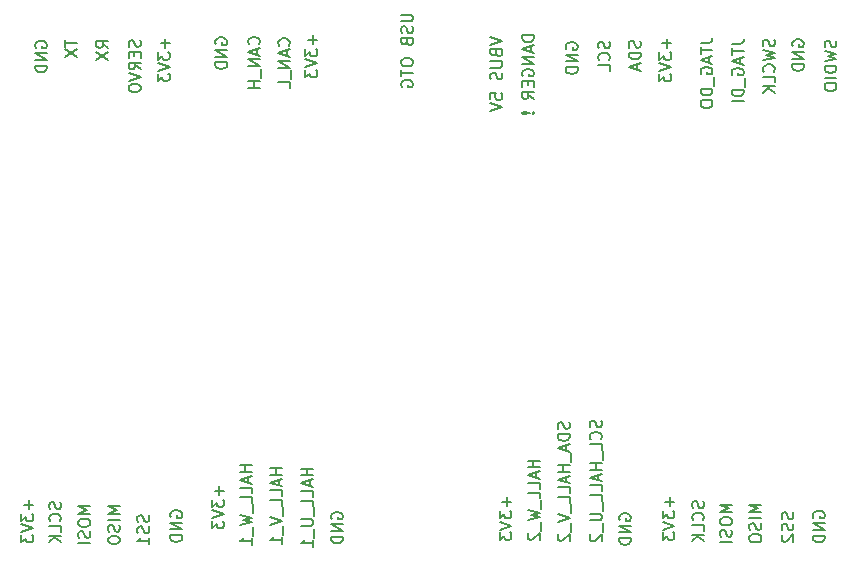
<source format=gbr>
%TF.GenerationSoftware,KiCad,Pcbnew,5.1.8-db9833491~88~ubuntu20.04.1*%
%TF.CreationDate,2020-12-06T21:40:22+00:00*%
%TF.ProjectId,driva-x2,64726976-612d-4783-922e-6b696361645f,rev?*%
%TF.SameCoordinates,Original*%
%TF.FileFunction,Legend,Bot*%
%TF.FilePolarity,Positive*%
%FSLAX46Y46*%
G04 Gerber Fmt 4.6, Leading zero omitted, Abs format (unit mm)*
G04 Created by KiCad (PCBNEW 5.1.8-db9833491~88~ubuntu20.04.1) date 2020-12-06 21:40:22*
%MOMM*%
%LPD*%
G01*
G04 APERTURE LIST*
%ADD10C,0.150000*%
G04 APERTURE END LIST*
D10*
X131472380Y-33294285D02*
X130472380Y-33294285D01*
X130472380Y-33532380D01*
X130520000Y-33675238D01*
X130615238Y-33770476D01*
X130710476Y-33818095D01*
X130900952Y-33865714D01*
X131043809Y-33865714D01*
X131234285Y-33818095D01*
X131329523Y-33770476D01*
X131424761Y-33675238D01*
X131472380Y-33532380D01*
X131472380Y-33294285D01*
X131186666Y-34246666D02*
X131186666Y-34722857D01*
X131472380Y-34151428D02*
X130472380Y-34484761D01*
X131472380Y-34818095D01*
X131472380Y-35151428D02*
X130472380Y-35151428D01*
X131472380Y-35722857D01*
X130472380Y-35722857D01*
X130520000Y-36722857D02*
X130472380Y-36627619D01*
X130472380Y-36484761D01*
X130520000Y-36341904D01*
X130615238Y-36246666D01*
X130710476Y-36199047D01*
X130900952Y-36151428D01*
X131043809Y-36151428D01*
X131234285Y-36199047D01*
X131329523Y-36246666D01*
X131424761Y-36341904D01*
X131472380Y-36484761D01*
X131472380Y-36580000D01*
X131424761Y-36722857D01*
X131377142Y-36770476D01*
X131043809Y-36770476D01*
X131043809Y-36580000D01*
X130948571Y-37199047D02*
X130948571Y-37532380D01*
X131472380Y-37675238D02*
X131472380Y-37199047D01*
X130472380Y-37199047D01*
X130472380Y-37675238D01*
X131472380Y-38675238D02*
X130996190Y-38341904D01*
X131472380Y-38103809D02*
X130472380Y-38103809D01*
X130472380Y-38484761D01*
X130520000Y-38580000D01*
X130567619Y-38627619D01*
X130662857Y-38675238D01*
X130805714Y-38675238D01*
X130900952Y-38627619D01*
X130948571Y-38580000D01*
X130996190Y-38484761D01*
X130996190Y-38103809D01*
X131377142Y-39865714D02*
X131424761Y-39913333D01*
X131472380Y-39865714D01*
X131424761Y-39818095D01*
X131377142Y-39865714D01*
X131472380Y-39865714D01*
X131091428Y-39865714D02*
X130520000Y-39818095D01*
X130472380Y-39865714D01*
X130520000Y-39913333D01*
X131091428Y-39865714D01*
X130472380Y-39865714D01*
X127782380Y-33450952D02*
X128782380Y-33784285D01*
X127782380Y-34117619D01*
X128258571Y-34784285D02*
X128306190Y-34927142D01*
X128353809Y-34974761D01*
X128449047Y-35022380D01*
X128591904Y-35022380D01*
X128687142Y-34974761D01*
X128734761Y-34927142D01*
X128782380Y-34831904D01*
X128782380Y-34450952D01*
X127782380Y-34450952D01*
X127782380Y-34784285D01*
X127830000Y-34879523D01*
X127877619Y-34927142D01*
X127972857Y-34974761D01*
X128068095Y-34974761D01*
X128163333Y-34927142D01*
X128210952Y-34879523D01*
X128258571Y-34784285D01*
X128258571Y-34450952D01*
X127782380Y-35450952D02*
X128591904Y-35450952D01*
X128687142Y-35498571D01*
X128734761Y-35546190D01*
X128782380Y-35641428D01*
X128782380Y-35831904D01*
X128734761Y-35927142D01*
X128687142Y-35974761D01*
X128591904Y-36022380D01*
X127782380Y-36022380D01*
X128734761Y-36450952D02*
X128782380Y-36593809D01*
X128782380Y-36831904D01*
X128734761Y-36927142D01*
X128687142Y-36974761D01*
X128591904Y-37022380D01*
X128496666Y-37022380D01*
X128401428Y-36974761D01*
X128353809Y-36927142D01*
X128306190Y-36831904D01*
X128258571Y-36641428D01*
X128210952Y-36546190D01*
X128163333Y-36498571D01*
X128068095Y-36450952D01*
X127972857Y-36450952D01*
X127877619Y-36498571D01*
X127830000Y-36546190D01*
X127782380Y-36641428D01*
X127782380Y-36879523D01*
X127830000Y-37022380D01*
X127782380Y-38689047D02*
X127782380Y-38212857D01*
X128258571Y-38165238D01*
X128210952Y-38212857D01*
X128163333Y-38308095D01*
X128163333Y-38546190D01*
X128210952Y-38641428D01*
X128258571Y-38689047D01*
X128353809Y-38736666D01*
X128591904Y-38736666D01*
X128687142Y-38689047D01*
X128734761Y-38641428D01*
X128782380Y-38546190D01*
X128782380Y-38308095D01*
X128734761Y-38212857D01*
X128687142Y-38165238D01*
X127782380Y-39022380D02*
X128782380Y-39355714D01*
X127782380Y-39689047D01*
X120212380Y-31532380D02*
X121021904Y-31532380D01*
X121117142Y-31580000D01*
X121164761Y-31627619D01*
X121212380Y-31722857D01*
X121212380Y-31913333D01*
X121164761Y-32008571D01*
X121117142Y-32056190D01*
X121021904Y-32103809D01*
X120212380Y-32103809D01*
X121164761Y-32532380D02*
X121212380Y-32675238D01*
X121212380Y-32913333D01*
X121164761Y-33008571D01*
X121117142Y-33056190D01*
X121021904Y-33103809D01*
X120926666Y-33103809D01*
X120831428Y-33056190D01*
X120783809Y-33008571D01*
X120736190Y-32913333D01*
X120688571Y-32722857D01*
X120640952Y-32627619D01*
X120593333Y-32580000D01*
X120498095Y-32532380D01*
X120402857Y-32532380D01*
X120307619Y-32580000D01*
X120260000Y-32627619D01*
X120212380Y-32722857D01*
X120212380Y-32960952D01*
X120260000Y-33103809D01*
X120688571Y-33865714D02*
X120736190Y-34008571D01*
X120783809Y-34056190D01*
X120879047Y-34103809D01*
X121021904Y-34103809D01*
X121117142Y-34056190D01*
X121164761Y-34008571D01*
X121212380Y-33913333D01*
X121212380Y-33532380D01*
X120212380Y-33532380D01*
X120212380Y-33865714D01*
X120260000Y-33960952D01*
X120307619Y-34008571D01*
X120402857Y-34056190D01*
X120498095Y-34056190D01*
X120593333Y-34008571D01*
X120640952Y-33960952D01*
X120688571Y-33865714D01*
X120688571Y-33532380D01*
X120212380Y-35484761D02*
X120212380Y-35675238D01*
X120260000Y-35770476D01*
X120355238Y-35865714D01*
X120545714Y-35913333D01*
X120879047Y-35913333D01*
X121069523Y-35865714D01*
X121164761Y-35770476D01*
X121212380Y-35675238D01*
X121212380Y-35484761D01*
X121164761Y-35389523D01*
X121069523Y-35294285D01*
X120879047Y-35246666D01*
X120545714Y-35246666D01*
X120355238Y-35294285D01*
X120260000Y-35389523D01*
X120212380Y-35484761D01*
X120212380Y-36199047D02*
X120212380Y-36770476D01*
X121212380Y-36484761D02*
X120212380Y-36484761D01*
X120260000Y-37627619D02*
X120212380Y-37532380D01*
X120212380Y-37389523D01*
X120260000Y-37246666D01*
X120355238Y-37151428D01*
X120450476Y-37103809D01*
X120640952Y-37056190D01*
X120783809Y-37056190D01*
X120974285Y-37103809D01*
X121069523Y-37151428D01*
X121164761Y-37246666D01*
X121212380Y-37389523D01*
X121212380Y-37484761D01*
X121164761Y-37627619D01*
X121117142Y-37675238D01*
X120783809Y-37675238D01*
X120783809Y-37484761D01*
X137154761Y-65924761D02*
X137202380Y-66067619D01*
X137202380Y-66305714D01*
X137154761Y-66400952D01*
X137107142Y-66448571D01*
X137011904Y-66496190D01*
X136916666Y-66496190D01*
X136821428Y-66448571D01*
X136773809Y-66400952D01*
X136726190Y-66305714D01*
X136678571Y-66115238D01*
X136630952Y-66020000D01*
X136583333Y-65972380D01*
X136488095Y-65924761D01*
X136392857Y-65924761D01*
X136297619Y-65972380D01*
X136250000Y-66020000D01*
X136202380Y-66115238D01*
X136202380Y-66353333D01*
X136250000Y-66496190D01*
X137107142Y-67496190D02*
X137154761Y-67448571D01*
X137202380Y-67305714D01*
X137202380Y-67210476D01*
X137154761Y-67067619D01*
X137059523Y-66972380D01*
X136964285Y-66924761D01*
X136773809Y-66877142D01*
X136630952Y-66877142D01*
X136440476Y-66924761D01*
X136345238Y-66972380D01*
X136250000Y-67067619D01*
X136202380Y-67210476D01*
X136202380Y-67305714D01*
X136250000Y-67448571D01*
X136297619Y-67496190D01*
X137202380Y-68400952D02*
X137202380Y-67924761D01*
X136202380Y-67924761D01*
X137297619Y-68496190D02*
X137297619Y-69258095D01*
X137202380Y-69496190D02*
X136202380Y-69496190D01*
X136678571Y-69496190D02*
X136678571Y-70067619D01*
X137202380Y-70067619D02*
X136202380Y-70067619D01*
X136916666Y-70496190D02*
X136916666Y-70972380D01*
X137202380Y-70400952D02*
X136202380Y-70734285D01*
X137202380Y-71067619D01*
X137202380Y-71877142D02*
X137202380Y-71400952D01*
X136202380Y-71400952D01*
X137202380Y-72686666D02*
X137202380Y-72210476D01*
X136202380Y-72210476D01*
X137297619Y-72781904D02*
X137297619Y-73543809D01*
X136202380Y-73781904D02*
X137011904Y-73781904D01*
X137107142Y-73829523D01*
X137154761Y-73877142D01*
X137202380Y-73972380D01*
X137202380Y-74162857D01*
X137154761Y-74258095D01*
X137107142Y-74305714D01*
X137011904Y-74353333D01*
X136202380Y-74353333D01*
X137297619Y-74591428D02*
X137297619Y-75353333D01*
X136297619Y-75543809D02*
X136250000Y-75591428D01*
X136202380Y-75686666D01*
X136202380Y-75924761D01*
X136250000Y-76020000D01*
X136297619Y-76067619D01*
X136392857Y-76115238D01*
X136488095Y-76115238D01*
X136630952Y-76067619D01*
X137202380Y-75496190D01*
X137202380Y-76115238D01*
X134434761Y-66046190D02*
X134482380Y-66189047D01*
X134482380Y-66427142D01*
X134434761Y-66522380D01*
X134387142Y-66570000D01*
X134291904Y-66617619D01*
X134196666Y-66617619D01*
X134101428Y-66570000D01*
X134053809Y-66522380D01*
X134006190Y-66427142D01*
X133958571Y-66236666D01*
X133910952Y-66141428D01*
X133863333Y-66093809D01*
X133768095Y-66046190D01*
X133672857Y-66046190D01*
X133577619Y-66093809D01*
X133530000Y-66141428D01*
X133482380Y-66236666D01*
X133482380Y-66474761D01*
X133530000Y-66617619D01*
X134482380Y-67046190D02*
X133482380Y-67046190D01*
X133482380Y-67284285D01*
X133530000Y-67427142D01*
X133625238Y-67522380D01*
X133720476Y-67570000D01*
X133910952Y-67617619D01*
X134053809Y-67617619D01*
X134244285Y-67570000D01*
X134339523Y-67522380D01*
X134434761Y-67427142D01*
X134482380Y-67284285D01*
X134482380Y-67046190D01*
X134196666Y-67998571D02*
X134196666Y-68474761D01*
X134482380Y-67903333D02*
X133482380Y-68236666D01*
X134482380Y-68570000D01*
X134577619Y-68665238D02*
X134577619Y-69427142D01*
X134482380Y-69665238D02*
X133482380Y-69665238D01*
X133958571Y-69665238D02*
X133958571Y-70236666D01*
X134482380Y-70236666D02*
X133482380Y-70236666D01*
X134196666Y-70665238D02*
X134196666Y-71141428D01*
X134482380Y-70570000D02*
X133482380Y-70903333D01*
X134482380Y-71236666D01*
X134482380Y-72046190D02*
X134482380Y-71570000D01*
X133482380Y-71570000D01*
X134482380Y-72855714D02*
X134482380Y-72379523D01*
X133482380Y-72379523D01*
X134577619Y-72950952D02*
X134577619Y-73712857D01*
X133482380Y-73808095D02*
X134482380Y-74141428D01*
X133482380Y-74474761D01*
X134577619Y-74570000D02*
X134577619Y-75331904D01*
X133577619Y-75522380D02*
X133530000Y-75570000D01*
X133482380Y-75665238D01*
X133482380Y-75903333D01*
X133530000Y-75998571D01*
X133577619Y-76046190D01*
X133672857Y-76093809D01*
X133768095Y-76093809D01*
X133910952Y-76046190D01*
X134482380Y-75474761D01*
X134482380Y-76093809D01*
X131942380Y-69306666D02*
X130942380Y-69306666D01*
X131418571Y-69306666D02*
X131418571Y-69878095D01*
X131942380Y-69878095D02*
X130942380Y-69878095D01*
X131656666Y-70306666D02*
X131656666Y-70782857D01*
X131942380Y-70211428D02*
X130942380Y-70544761D01*
X131942380Y-70878095D01*
X131942380Y-71687619D02*
X131942380Y-71211428D01*
X130942380Y-71211428D01*
X131942380Y-72497142D02*
X131942380Y-72020952D01*
X130942380Y-72020952D01*
X132037619Y-72592380D02*
X132037619Y-73354285D01*
X130942380Y-73497142D02*
X131942380Y-73735238D01*
X131228095Y-73925714D01*
X131942380Y-74116190D01*
X130942380Y-74354285D01*
X132037619Y-74497142D02*
X132037619Y-75259047D01*
X131037619Y-75449523D02*
X130990000Y-75497142D01*
X130942380Y-75592380D01*
X130942380Y-75830476D01*
X130990000Y-75925714D01*
X131037619Y-75973333D01*
X131132857Y-76020952D01*
X131228095Y-76020952D01*
X131370952Y-75973333D01*
X131942380Y-75401904D01*
X131942380Y-76020952D01*
X112762380Y-69974285D02*
X111762380Y-69974285D01*
X112238571Y-69974285D02*
X112238571Y-70545714D01*
X112762380Y-70545714D02*
X111762380Y-70545714D01*
X112476666Y-70974285D02*
X112476666Y-71450476D01*
X112762380Y-70879047D02*
X111762380Y-71212380D01*
X112762380Y-71545714D01*
X112762380Y-72355238D02*
X112762380Y-71879047D01*
X111762380Y-71879047D01*
X112762380Y-73164761D02*
X112762380Y-72688571D01*
X111762380Y-72688571D01*
X112857619Y-73260000D02*
X112857619Y-74021904D01*
X111762380Y-74260000D02*
X112571904Y-74260000D01*
X112667142Y-74307619D01*
X112714761Y-74355238D01*
X112762380Y-74450476D01*
X112762380Y-74640952D01*
X112714761Y-74736190D01*
X112667142Y-74783809D01*
X112571904Y-74831428D01*
X111762380Y-74831428D01*
X112857619Y-75069523D02*
X112857619Y-75831428D01*
X112762380Y-76593333D02*
X112762380Y-76021904D01*
X112762380Y-76307619D02*
X111762380Y-76307619D01*
X111905238Y-76212380D01*
X112000476Y-76117142D01*
X112048095Y-76021904D01*
X110142380Y-69919523D02*
X109142380Y-69919523D01*
X109618571Y-69919523D02*
X109618571Y-70490952D01*
X110142380Y-70490952D02*
X109142380Y-70490952D01*
X109856666Y-70919523D02*
X109856666Y-71395714D01*
X110142380Y-70824285D02*
X109142380Y-71157619D01*
X110142380Y-71490952D01*
X110142380Y-72300476D02*
X110142380Y-71824285D01*
X109142380Y-71824285D01*
X110142380Y-73110000D02*
X110142380Y-72633809D01*
X109142380Y-72633809D01*
X110237619Y-73205238D02*
X110237619Y-73967142D01*
X109142380Y-74062380D02*
X110142380Y-74395714D01*
X109142380Y-74729047D01*
X110237619Y-74824285D02*
X110237619Y-75586190D01*
X110142380Y-76348095D02*
X110142380Y-75776666D01*
X110142380Y-76062380D02*
X109142380Y-76062380D01*
X109285238Y-75967142D01*
X109380476Y-75871904D01*
X109428095Y-75776666D01*
X107552380Y-69696666D02*
X106552380Y-69696666D01*
X107028571Y-69696666D02*
X107028571Y-70268095D01*
X107552380Y-70268095D02*
X106552380Y-70268095D01*
X107266666Y-70696666D02*
X107266666Y-71172857D01*
X107552380Y-70601428D02*
X106552380Y-70934761D01*
X107552380Y-71268095D01*
X107552380Y-72077619D02*
X107552380Y-71601428D01*
X106552380Y-71601428D01*
X107552380Y-72887142D02*
X107552380Y-72410952D01*
X106552380Y-72410952D01*
X107647619Y-72982380D02*
X107647619Y-73744285D01*
X106552380Y-73887142D02*
X107552380Y-74125238D01*
X106838095Y-74315714D01*
X107552380Y-74506190D01*
X106552380Y-74744285D01*
X107647619Y-74887142D02*
X107647619Y-75649047D01*
X107552380Y-76410952D02*
X107552380Y-75839523D01*
X107552380Y-76125238D02*
X106552380Y-76125238D01*
X106695238Y-76030000D01*
X106790476Y-75934761D01*
X106838095Y-75839523D01*
X145814761Y-72749523D02*
X145862380Y-72892380D01*
X145862380Y-73130476D01*
X145814761Y-73225714D01*
X145767142Y-73273333D01*
X145671904Y-73320952D01*
X145576666Y-73320952D01*
X145481428Y-73273333D01*
X145433809Y-73225714D01*
X145386190Y-73130476D01*
X145338571Y-72940000D01*
X145290952Y-72844761D01*
X145243333Y-72797142D01*
X145148095Y-72749523D01*
X145052857Y-72749523D01*
X144957619Y-72797142D01*
X144910000Y-72844761D01*
X144862380Y-72940000D01*
X144862380Y-73178095D01*
X144910000Y-73320952D01*
X145767142Y-74320952D02*
X145814761Y-74273333D01*
X145862380Y-74130476D01*
X145862380Y-74035238D01*
X145814761Y-73892380D01*
X145719523Y-73797142D01*
X145624285Y-73749523D01*
X145433809Y-73701904D01*
X145290952Y-73701904D01*
X145100476Y-73749523D01*
X145005238Y-73797142D01*
X144910000Y-73892380D01*
X144862380Y-74035238D01*
X144862380Y-74130476D01*
X144910000Y-74273333D01*
X144957619Y-74320952D01*
X145862380Y-75225714D02*
X145862380Y-74749523D01*
X144862380Y-74749523D01*
X145862380Y-75559047D02*
X144862380Y-75559047D01*
X145862380Y-76130476D02*
X145290952Y-75701904D01*
X144862380Y-76130476D02*
X145433809Y-75559047D01*
X148232380Y-73018571D02*
X147232380Y-73018571D01*
X147946666Y-73351904D01*
X147232380Y-73685238D01*
X148232380Y-73685238D01*
X147232380Y-74351904D02*
X147232380Y-74542380D01*
X147280000Y-74637619D01*
X147375238Y-74732857D01*
X147565714Y-74780476D01*
X147899047Y-74780476D01*
X148089523Y-74732857D01*
X148184761Y-74637619D01*
X148232380Y-74542380D01*
X148232380Y-74351904D01*
X148184761Y-74256666D01*
X148089523Y-74161428D01*
X147899047Y-74113809D01*
X147565714Y-74113809D01*
X147375238Y-74161428D01*
X147280000Y-74256666D01*
X147232380Y-74351904D01*
X148184761Y-75161428D02*
X148232380Y-75304285D01*
X148232380Y-75542380D01*
X148184761Y-75637619D01*
X148137142Y-75685238D01*
X148041904Y-75732857D01*
X147946666Y-75732857D01*
X147851428Y-75685238D01*
X147803809Y-75637619D01*
X147756190Y-75542380D01*
X147708571Y-75351904D01*
X147660952Y-75256666D01*
X147613333Y-75209047D01*
X147518095Y-75161428D01*
X147422857Y-75161428D01*
X147327619Y-75209047D01*
X147280000Y-75256666D01*
X147232380Y-75351904D01*
X147232380Y-75590000D01*
X147280000Y-75732857D01*
X148232380Y-76161428D02*
X147232380Y-76161428D01*
X150712380Y-73018571D02*
X149712380Y-73018571D01*
X150426666Y-73351904D01*
X149712380Y-73685238D01*
X150712380Y-73685238D01*
X150712380Y-74161428D02*
X149712380Y-74161428D01*
X150664761Y-74590000D02*
X150712380Y-74732857D01*
X150712380Y-74970952D01*
X150664761Y-75066190D01*
X150617142Y-75113809D01*
X150521904Y-75161428D01*
X150426666Y-75161428D01*
X150331428Y-75113809D01*
X150283809Y-75066190D01*
X150236190Y-74970952D01*
X150188571Y-74780476D01*
X150140952Y-74685238D01*
X150093333Y-74637619D01*
X149998095Y-74590000D01*
X149902857Y-74590000D01*
X149807619Y-74637619D01*
X149760000Y-74685238D01*
X149712380Y-74780476D01*
X149712380Y-75018571D01*
X149760000Y-75161428D01*
X149712380Y-75780476D02*
X149712380Y-75970952D01*
X149760000Y-76066190D01*
X149855238Y-76161428D01*
X150045714Y-76209047D01*
X150379047Y-76209047D01*
X150569523Y-76161428D01*
X150664761Y-76066190D01*
X150712380Y-75970952D01*
X150712380Y-75780476D01*
X150664761Y-75685238D01*
X150569523Y-75590000D01*
X150379047Y-75542380D01*
X150045714Y-75542380D01*
X149855238Y-75590000D01*
X149760000Y-75685238D01*
X149712380Y-75780476D01*
X153384761Y-73691904D02*
X153432380Y-73834761D01*
X153432380Y-74072857D01*
X153384761Y-74168095D01*
X153337142Y-74215714D01*
X153241904Y-74263333D01*
X153146666Y-74263333D01*
X153051428Y-74215714D01*
X153003809Y-74168095D01*
X152956190Y-74072857D01*
X152908571Y-73882380D01*
X152860952Y-73787142D01*
X152813333Y-73739523D01*
X152718095Y-73691904D01*
X152622857Y-73691904D01*
X152527619Y-73739523D01*
X152480000Y-73787142D01*
X152432380Y-73882380D01*
X152432380Y-74120476D01*
X152480000Y-74263333D01*
X153384761Y-74644285D02*
X153432380Y-74787142D01*
X153432380Y-75025238D01*
X153384761Y-75120476D01*
X153337142Y-75168095D01*
X153241904Y-75215714D01*
X153146666Y-75215714D01*
X153051428Y-75168095D01*
X153003809Y-75120476D01*
X152956190Y-75025238D01*
X152908571Y-74834761D01*
X152860952Y-74739523D01*
X152813333Y-74691904D01*
X152718095Y-74644285D01*
X152622857Y-74644285D01*
X152527619Y-74691904D01*
X152480000Y-74739523D01*
X152432380Y-74834761D01*
X152432380Y-75072857D01*
X152480000Y-75215714D01*
X152527619Y-75596666D02*
X152480000Y-75644285D01*
X152432380Y-75739523D01*
X152432380Y-75977619D01*
X152480000Y-76072857D01*
X152527619Y-76120476D01*
X152622857Y-76168095D01*
X152718095Y-76168095D01*
X152860952Y-76120476D01*
X153432380Y-75549047D01*
X153432380Y-76168095D01*
X98844761Y-73921904D02*
X98892380Y-74064761D01*
X98892380Y-74302857D01*
X98844761Y-74398095D01*
X98797142Y-74445714D01*
X98701904Y-74493333D01*
X98606666Y-74493333D01*
X98511428Y-74445714D01*
X98463809Y-74398095D01*
X98416190Y-74302857D01*
X98368571Y-74112380D01*
X98320952Y-74017142D01*
X98273333Y-73969523D01*
X98178095Y-73921904D01*
X98082857Y-73921904D01*
X97987619Y-73969523D01*
X97940000Y-74017142D01*
X97892380Y-74112380D01*
X97892380Y-74350476D01*
X97940000Y-74493333D01*
X98844761Y-74874285D02*
X98892380Y-75017142D01*
X98892380Y-75255238D01*
X98844761Y-75350476D01*
X98797142Y-75398095D01*
X98701904Y-75445714D01*
X98606666Y-75445714D01*
X98511428Y-75398095D01*
X98463809Y-75350476D01*
X98416190Y-75255238D01*
X98368571Y-75064761D01*
X98320952Y-74969523D01*
X98273333Y-74921904D01*
X98178095Y-74874285D01*
X98082857Y-74874285D01*
X97987619Y-74921904D01*
X97940000Y-74969523D01*
X97892380Y-75064761D01*
X97892380Y-75302857D01*
X97940000Y-75445714D01*
X98892380Y-76398095D02*
X98892380Y-75826666D01*
X98892380Y-76112380D02*
X97892380Y-76112380D01*
X98035238Y-76017142D01*
X98130476Y-75921904D01*
X98178095Y-75826666D01*
X96412380Y-73168571D02*
X95412380Y-73168571D01*
X96126666Y-73501904D01*
X95412380Y-73835238D01*
X96412380Y-73835238D01*
X96412380Y-74311428D02*
X95412380Y-74311428D01*
X96364761Y-74740000D02*
X96412380Y-74882857D01*
X96412380Y-75120952D01*
X96364761Y-75216190D01*
X96317142Y-75263809D01*
X96221904Y-75311428D01*
X96126666Y-75311428D01*
X96031428Y-75263809D01*
X95983809Y-75216190D01*
X95936190Y-75120952D01*
X95888571Y-74930476D01*
X95840952Y-74835238D01*
X95793333Y-74787619D01*
X95698095Y-74740000D01*
X95602857Y-74740000D01*
X95507619Y-74787619D01*
X95460000Y-74835238D01*
X95412380Y-74930476D01*
X95412380Y-75168571D01*
X95460000Y-75311428D01*
X95412380Y-75930476D02*
X95412380Y-76120952D01*
X95460000Y-76216190D01*
X95555238Y-76311428D01*
X95745714Y-76359047D01*
X96079047Y-76359047D01*
X96269523Y-76311428D01*
X96364761Y-76216190D01*
X96412380Y-76120952D01*
X96412380Y-75930476D01*
X96364761Y-75835238D01*
X96269523Y-75740000D01*
X96079047Y-75692380D01*
X95745714Y-75692380D01*
X95555238Y-75740000D01*
X95460000Y-75835238D01*
X95412380Y-75930476D01*
X93892380Y-73138571D02*
X92892380Y-73138571D01*
X93606666Y-73471904D01*
X92892380Y-73805238D01*
X93892380Y-73805238D01*
X92892380Y-74471904D02*
X92892380Y-74662380D01*
X92940000Y-74757619D01*
X93035238Y-74852857D01*
X93225714Y-74900476D01*
X93559047Y-74900476D01*
X93749523Y-74852857D01*
X93844761Y-74757619D01*
X93892380Y-74662380D01*
X93892380Y-74471904D01*
X93844761Y-74376666D01*
X93749523Y-74281428D01*
X93559047Y-74233809D01*
X93225714Y-74233809D01*
X93035238Y-74281428D01*
X92940000Y-74376666D01*
X92892380Y-74471904D01*
X93844761Y-75281428D02*
X93892380Y-75424285D01*
X93892380Y-75662380D01*
X93844761Y-75757619D01*
X93797142Y-75805238D01*
X93701904Y-75852857D01*
X93606666Y-75852857D01*
X93511428Y-75805238D01*
X93463809Y-75757619D01*
X93416190Y-75662380D01*
X93368571Y-75471904D01*
X93320952Y-75376666D01*
X93273333Y-75329047D01*
X93178095Y-75281428D01*
X93082857Y-75281428D01*
X92987619Y-75329047D01*
X92940000Y-75376666D01*
X92892380Y-75471904D01*
X92892380Y-75710000D01*
X92940000Y-75852857D01*
X93892380Y-76281428D02*
X92892380Y-76281428D01*
X91374761Y-72839523D02*
X91422380Y-72982380D01*
X91422380Y-73220476D01*
X91374761Y-73315714D01*
X91327142Y-73363333D01*
X91231904Y-73410952D01*
X91136666Y-73410952D01*
X91041428Y-73363333D01*
X90993809Y-73315714D01*
X90946190Y-73220476D01*
X90898571Y-73030000D01*
X90850952Y-72934761D01*
X90803333Y-72887142D01*
X90708095Y-72839523D01*
X90612857Y-72839523D01*
X90517619Y-72887142D01*
X90470000Y-72934761D01*
X90422380Y-73030000D01*
X90422380Y-73268095D01*
X90470000Y-73410952D01*
X91327142Y-74410952D02*
X91374761Y-74363333D01*
X91422380Y-74220476D01*
X91422380Y-74125238D01*
X91374761Y-73982380D01*
X91279523Y-73887142D01*
X91184285Y-73839523D01*
X90993809Y-73791904D01*
X90850952Y-73791904D01*
X90660476Y-73839523D01*
X90565238Y-73887142D01*
X90470000Y-73982380D01*
X90422380Y-74125238D01*
X90422380Y-74220476D01*
X90470000Y-74363333D01*
X90517619Y-74410952D01*
X91422380Y-75315714D02*
X91422380Y-74839523D01*
X90422380Y-74839523D01*
X91422380Y-75649047D02*
X90422380Y-75649047D01*
X91422380Y-76220476D02*
X90850952Y-75791904D01*
X90422380Y-76220476D02*
X90993809Y-75649047D01*
X140454761Y-33765714D02*
X140502380Y-33908571D01*
X140502380Y-34146666D01*
X140454761Y-34241904D01*
X140407142Y-34289523D01*
X140311904Y-34337142D01*
X140216666Y-34337142D01*
X140121428Y-34289523D01*
X140073809Y-34241904D01*
X140026190Y-34146666D01*
X139978571Y-33956190D01*
X139930952Y-33860952D01*
X139883333Y-33813333D01*
X139788095Y-33765714D01*
X139692857Y-33765714D01*
X139597619Y-33813333D01*
X139550000Y-33860952D01*
X139502380Y-33956190D01*
X139502380Y-34194285D01*
X139550000Y-34337142D01*
X140502380Y-34765714D02*
X139502380Y-34765714D01*
X139502380Y-35003809D01*
X139550000Y-35146666D01*
X139645238Y-35241904D01*
X139740476Y-35289523D01*
X139930952Y-35337142D01*
X140073809Y-35337142D01*
X140264285Y-35289523D01*
X140359523Y-35241904D01*
X140454761Y-35146666D01*
X140502380Y-35003809D01*
X140502380Y-34765714D01*
X140216666Y-35718095D02*
X140216666Y-36194285D01*
X140502380Y-35622857D02*
X139502380Y-35956190D01*
X140502380Y-36289523D01*
X137854761Y-33829523D02*
X137902380Y-33972380D01*
X137902380Y-34210476D01*
X137854761Y-34305714D01*
X137807142Y-34353333D01*
X137711904Y-34400952D01*
X137616666Y-34400952D01*
X137521428Y-34353333D01*
X137473809Y-34305714D01*
X137426190Y-34210476D01*
X137378571Y-34020000D01*
X137330952Y-33924761D01*
X137283333Y-33877142D01*
X137188095Y-33829523D01*
X137092857Y-33829523D01*
X136997619Y-33877142D01*
X136950000Y-33924761D01*
X136902380Y-34020000D01*
X136902380Y-34258095D01*
X136950000Y-34400952D01*
X137807142Y-35400952D02*
X137854761Y-35353333D01*
X137902380Y-35210476D01*
X137902380Y-35115238D01*
X137854761Y-34972380D01*
X137759523Y-34877142D01*
X137664285Y-34829523D01*
X137473809Y-34781904D01*
X137330952Y-34781904D01*
X137140476Y-34829523D01*
X137045238Y-34877142D01*
X136950000Y-34972380D01*
X136902380Y-35115238D01*
X136902380Y-35210476D01*
X136950000Y-35353333D01*
X136997619Y-35400952D01*
X137902380Y-36305714D02*
X137902380Y-35829523D01*
X136902380Y-35829523D01*
X145572380Y-33938571D02*
X146286666Y-33938571D01*
X146429523Y-33890952D01*
X146524761Y-33795714D01*
X146572380Y-33652857D01*
X146572380Y-33557619D01*
X145572380Y-34271904D02*
X145572380Y-34843333D01*
X146572380Y-34557619D02*
X145572380Y-34557619D01*
X146286666Y-35129047D02*
X146286666Y-35605238D01*
X146572380Y-35033809D02*
X145572380Y-35367142D01*
X146572380Y-35700476D01*
X145620000Y-36557619D02*
X145572380Y-36462380D01*
X145572380Y-36319523D01*
X145620000Y-36176666D01*
X145715238Y-36081428D01*
X145810476Y-36033809D01*
X146000952Y-35986190D01*
X146143809Y-35986190D01*
X146334285Y-36033809D01*
X146429523Y-36081428D01*
X146524761Y-36176666D01*
X146572380Y-36319523D01*
X146572380Y-36414761D01*
X146524761Y-36557619D01*
X146477142Y-36605238D01*
X146143809Y-36605238D01*
X146143809Y-36414761D01*
X146667619Y-36795714D02*
X146667619Y-37557619D01*
X146572380Y-37795714D02*
X145572380Y-37795714D01*
X145572380Y-38033809D01*
X145620000Y-38176666D01*
X145715238Y-38271904D01*
X145810476Y-38319523D01*
X146000952Y-38367142D01*
X146143809Y-38367142D01*
X146334285Y-38319523D01*
X146429523Y-38271904D01*
X146524761Y-38176666D01*
X146572380Y-38033809D01*
X146572380Y-37795714D01*
X145572380Y-38986190D02*
X145572380Y-39176666D01*
X145620000Y-39271904D01*
X145715238Y-39367142D01*
X145905714Y-39414761D01*
X146239047Y-39414761D01*
X146429523Y-39367142D01*
X146524761Y-39271904D01*
X146572380Y-39176666D01*
X146572380Y-38986190D01*
X146524761Y-38890952D01*
X146429523Y-38795714D01*
X146239047Y-38748095D01*
X145905714Y-38748095D01*
X145715238Y-38795714D01*
X145620000Y-38890952D01*
X145572380Y-38986190D01*
X148212380Y-34024285D02*
X148926666Y-34024285D01*
X149069523Y-33976666D01*
X149164761Y-33881428D01*
X149212380Y-33738571D01*
X149212380Y-33643333D01*
X148212380Y-34357619D02*
X148212380Y-34929047D01*
X149212380Y-34643333D02*
X148212380Y-34643333D01*
X148926666Y-35214761D02*
X148926666Y-35690952D01*
X149212380Y-35119523D02*
X148212380Y-35452857D01*
X149212380Y-35786190D01*
X148260000Y-36643333D02*
X148212380Y-36548095D01*
X148212380Y-36405238D01*
X148260000Y-36262380D01*
X148355238Y-36167142D01*
X148450476Y-36119523D01*
X148640952Y-36071904D01*
X148783809Y-36071904D01*
X148974285Y-36119523D01*
X149069523Y-36167142D01*
X149164761Y-36262380D01*
X149212380Y-36405238D01*
X149212380Y-36500476D01*
X149164761Y-36643333D01*
X149117142Y-36690952D01*
X148783809Y-36690952D01*
X148783809Y-36500476D01*
X149307619Y-36881428D02*
X149307619Y-37643333D01*
X149212380Y-37881428D02*
X148212380Y-37881428D01*
X148212380Y-38119523D01*
X148260000Y-38262380D01*
X148355238Y-38357619D01*
X148450476Y-38405238D01*
X148640952Y-38452857D01*
X148783809Y-38452857D01*
X148974285Y-38405238D01*
X149069523Y-38357619D01*
X149164761Y-38262380D01*
X149212380Y-38119523D01*
X149212380Y-37881428D01*
X149212380Y-38881428D02*
X148212380Y-38881428D01*
X157024761Y-33740952D02*
X157072380Y-33883809D01*
X157072380Y-34121904D01*
X157024761Y-34217142D01*
X156977142Y-34264761D01*
X156881904Y-34312380D01*
X156786666Y-34312380D01*
X156691428Y-34264761D01*
X156643809Y-34217142D01*
X156596190Y-34121904D01*
X156548571Y-33931428D01*
X156500952Y-33836190D01*
X156453333Y-33788571D01*
X156358095Y-33740952D01*
X156262857Y-33740952D01*
X156167619Y-33788571D01*
X156120000Y-33836190D01*
X156072380Y-33931428D01*
X156072380Y-34169523D01*
X156120000Y-34312380D01*
X156072380Y-34645714D02*
X157072380Y-34883809D01*
X156358095Y-35074285D01*
X157072380Y-35264761D01*
X156072380Y-35502857D01*
X157072380Y-35883809D02*
X156072380Y-35883809D01*
X156072380Y-36121904D01*
X156120000Y-36264761D01*
X156215238Y-36360000D01*
X156310476Y-36407619D01*
X156500952Y-36455238D01*
X156643809Y-36455238D01*
X156834285Y-36407619D01*
X156929523Y-36360000D01*
X157024761Y-36264761D01*
X157072380Y-36121904D01*
X157072380Y-35883809D01*
X157072380Y-36883809D02*
X156072380Y-36883809D01*
X156072380Y-37550476D02*
X156072380Y-37740952D01*
X156120000Y-37836190D01*
X156215238Y-37931428D01*
X156405714Y-37979047D01*
X156739047Y-37979047D01*
X156929523Y-37931428D01*
X157024761Y-37836190D01*
X157072380Y-37740952D01*
X157072380Y-37550476D01*
X157024761Y-37455238D01*
X156929523Y-37360000D01*
X156739047Y-37312380D01*
X156405714Y-37312380D01*
X156215238Y-37360000D01*
X156120000Y-37455238D01*
X156072380Y-37550476D01*
X151804761Y-33658095D02*
X151852380Y-33800952D01*
X151852380Y-34039047D01*
X151804761Y-34134285D01*
X151757142Y-34181904D01*
X151661904Y-34229523D01*
X151566666Y-34229523D01*
X151471428Y-34181904D01*
X151423809Y-34134285D01*
X151376190Y-34039047D01*
X151328571Y-33848571D01*
X151280952Y-33753333D01*
X151233333Y-33705714D01*
X151138095Y-33658095D01*
X151042857Y-33658095D01*
X150947619Y-33705714D01*
X150900000Y-33753333D01*
X150852380Y-33848571D01*
X150852380Y-34086666D01*
X150900000Y-34229523D01*
X150852380Y-34562857D02*
X151852380Y-34800952D01*
X151138095Y-34991428D01*
X151852380Y-35181904D01*
X150852380Y-35420000D01*
X151757142Y-36372380D02*
X151804761Y-36324761D01*
X151852380Y-36181904D01*
X151852380Y-36086666D01*
X151804761Y-35943809D01*
X151709523Y-35848571D01*
X151614285Y-35800952D01*
X151423809Y-35753333D01*
X151280952Y-35753333D01*
X151090476Y-35800952D01*
X150995238Y-35848571D01*
X150900000Y-35943809D01*
X150852380Y-36086666D01*
X150852380Y-36181904D01*
X150900000Y-36324761D01*
X150947619Y-36372380D01*
X151852380Y-37277142D02*
X151852380Y-36800952D01*
X150852380Y-36800952D01*
X151852380Y-37610476D02*
X150852380Y-37610476D01*
X151852380Y-38181904D02*
X151280952Y-37753333D01*
X150852380Y-38181904D02*
X151423809Y-37610476D01*
X100720000Y-74078095D02*
X100672380Y-73982857D01*
X100672380Y-73840000D01*
X100720000Y-73697142D01*
X100815238Y-73601904D01*
X100910476Y-73554285D01*
X101100952Y-73506666D01*
X101243809Y-73506666D01*
X101434285Y-73554285D01*
X101529523Y-73601904D01*
X101624761Y-73697142D01*
X101672380Y-73840000D01*
X101672380Y-73935238D01*
X101624761Y-74078095D01*
X101577142Y-74125714D01*
X101243809Y-74125714D01*
X101243809Y-73935238D01*
X101672380Y-74554285D02*
X100672380Y-74554285D01*
X101672380Y-75125714D01*
X100672380Y-75125714D01*
X101672380Y-75601904D02*
X100672380Y-75601904D01*
X100672380Y-75840000D01*
X100720000Y-75982857D01*
X100815238Y-76078095D01*
X100910476Y-76125714D01*
X101100952Y-76173333D01*
X101243809Y-76173333D01*
X101434285Y-76125714D01*
X101529523Y-76078095D01*
X101624761Y-75982857D01*
X101672380Y-75840000D01*
X101672380Y-75601904D01*
X114350000Y-74218095D02*
X114302380Y-74122857D01*
X114302380Y-73980000D01*
X114350000Y-73837142D01*
X114445238Y-73741904D01*
X114540476Y-73694285D01*
X114730952Y-73646666D01*
X114873809Y-73646666D01*
X115064285Y-73694285D01*
X115159523Y-73741904D01*
X115254761Y-73837142D01*
X115302380Y-73980000D01*
X115302380Y-74075238D01*
X115254761Y-74218095D01*
X115207142Y-74265714D01*
X114873809Y-74265714D01*
X114873809Y-74075238D01*
X115302380Y-74694285D02*
X114302380Y-74694285D01*
X115302380Y-75265714D01*
X114302380Y-75265714D01*
X115302380Y-75741904D02*
X114302380Y-75741904D01*
X114302380Y-75980000D01*
X114350000Y-76122857D01*
X114445238Y-76218095D01*
X114540476Y-76265714D01*
X114730952Y-76313333D01*
X114873809Y-76313333D01*
X115064285Y-76265714D01*
X115159523Y-76218095D01*
X115254761Y-76122857D01*
X115302380Y-75980000D01*
X115302380Y-75741904D01*
X138730000Y-74328095D02*
X138682380Y-74232857D01*
X138682380Y-74090000D01*
X138730000Y-73947142D01*
X138825238Y-73851904D01*
X138920476Y-73804285D01*
X139110952Y-73756666D01*
X139253809Y-73756666D01*
X139444285Y-73804285D01*
X139539523Y-73851904D01*
X139634761Y-73947142D01*
X139682380Y-74090000D01*
X139682380Y-74185238D01*
X139634761Y-74328095D01*
X139587142Y-74375714D01*
X139253809Y-74375714D01*
X139253809Y-74185238D01*
X139682380Y-74804285D02*
X138682380Y-74804285D01*
X139682380Y-75375714D01*
X138682380Y-75375714D01*
X139682380Y-75851904D02*
X138682380Y-75851904D01*
X138682380Y-76090000D01*
X138730000Y-76232857D01*
X138825238Y-76328095D01*
X138920476Y-76375714D01*
X139110952Y-76423333D01*
X139253809Y-76423333D01*
X139444285Y-76375714D01*
X139539523Y-76328095D01*
X139634761Y-76232857D01*
X139682380Y-76090000D01*
X139682380Y-75851904D01*
X155130000Y-74118095D02*
X155082380Y-74022857D01*
X155082380Y-73880000D01*
X155130000Y-73737142D01*
X155225238Y-73641904D01*
X155320476Y-73594285D01*
X155510952Y-73546666D01*
X155653809Y-73546666D01*
X155844285Y-73594285D01*
X155939523Y-73641904D01*
X156034761Y-73737142D01*
X156082380Y-73880000D01*
X156082380Y-73975238D01*
X156034761Y-74118095D01*
X155987142Y-74165714D01*
X155653809Y-74165714D01*
X155653809Y-73975238D01*
X156082380Y-74594285D02*
X155082380Y-74594285D01*
X156082380Y-75165714D01*
X155082380Y-75165714D01*
X156082380Y-75641904D02*
X155082380Y-75641904D01*
X155082380Y-75880000D01*
X155130000Y-76022857D01*
X155225238Y-76118095D01*
X155320476Y-76165714D01*
X155510952Y-76213333D01*
X155653809Y-76213333D01*
X155844285Y-76165714D01*
X155939523Y-76118095D01*
X156034761Y-76022857D01*
X156082380Y-75880000D01*
X156082380Y-75641904D01*
X153380000Y-34208095D02*
X153332380Y-34112857D01*
X153332380Y-33970000D01*
X153380000Y-33827142D01*
X153475238Y-33731904D01*
X153570476Y-33684285D01*
X153760952Y-33636666D01*
X153903809Y-33636666D01*
X154094285Y-33684285D01*
X154189523Y-33731904D01*
X154284761Y-33827142D01*
X154332380Y-33970000D01*
X154332380Y-34065238D01*
X154284761Y-34208095D01*
X154237142Y-34255714D01*
X153903809Y-34255714D01*
X153903809Y-34065238D01*
X154332380Y-34684285D02*
X153332380Y-34684285D01*
X154332380Y-35255714D01*
X153332380Y-35255714D01*
X154332380Y-35731904D02*
X153332380Y-35731904D01*
X153332380Y-35970000D01*
X153380000Y-36112857D01*
X153475238Y-36208095D01*
X153570476Y-36255714D01*
X153760952Y-36303333D01*
X153903809Y-36303333D01*
X154094285Y-36255714D01*
X154189523Y-36208095D01*
X154284761Y-36112857D01*
X154332380Y-35970000D01*
X154332380Y-35731904D01*
X134210000Y-34458095D02*
X134162380Y-34362857D01*
X134162380Y-34220000D01*
X134210000Y-34077142D01*
X134305238Y-33981904D01*
X134400476Y-33934285D01*
X134590952Y-33886666D01*
X134733809Y-33886666D01*
X134924285Y-33934285D01*
X135019523Y-33981904D01*
X135114761Y-34077142D01*
X135162380Y-34220000D01*
X135162380Y-34315238D01*
X135114761Y-34458095D01*
X135067142Y-34505714D01*
X134733809Y-34505714D01*
X134733809Y-34315238D01*
X135162380Y-34934285D02*
X134162380Y-34934285D01*
X135162380Y-35505714D01*
X134162380Y-35505714D01*
X135162380Y-35981904D02*
X134162380Y-35981904D01*
X134162380Y-36220000D01*
X134210000Y-36362857D01*
X134305238Y-36458095D01*
X134400476Y-36505714D01*
X134590952Y-36553333D01*
X134733809Y-36553333D01*
X134924285Y-36505714D01*
X135019523Y-36458095D01*
X135114761Y-36362857D01*
X135162380Y-36220000D01*
X135162380Y-35981904D01*
X142701428Y-33598095D02*
X142701428Y-34360000D01*
X143082380Y-33979047D02*
X142320476Y-33979047D01*
X142082380Y-34740952D02*
X142082380Y-35360000D01*
X142463333Y-35026666D01*
X142463333Y-35169523D01*
X142510952Y-35264761D01*
X142558571Y-35312380D01*
X142653809Y-35360000D01*
X142891904Y-35360000D01*
X142987142Y-35312380D01*
X143034761Y-35264761D01*
X143082380Y-35169523D01*
X143082380Y-34883809D01*
X143034761Y-34788571D01*
X142987142Y-34740952D01*
X142082380Y-35645714D02*
X143082380Y-35979047D01*
X142082380Y-36312380D01*
X142082380Y-36550476D02*
X142082380Y-37169523D01*
X142463333Y-36836190D01*
X142463333Y-36979047D01*
X142510952Y-37074285D01*
X142558571Y-37121904D01*
X142653809Y-37169523D01*
X142891904Y-37169523D01*
X142987142Y-37121904D01*
X143034761Y-37074285D01*
X143082380Y-36979047D01*
X143082380Y-36693333D01*
X143034761Y-36598095D01*
X142987142Y-36550476D01*
X142981428Y-72418095D02*
X142981428Y-73180000D01*
X143362380Y-72799047D02*
X142600476Y-72799047D01*
X142362380Y-73560952D02*
X142362380Y-74180000D01*
X142743333Y-73846666D01*
X142743333Y-73989523D01*
X142790952Y-74084761D01*
X142838571Y-74132380D01*
X142933809Y-74180000D01*
X143171904Y-74180000D01*
X143267142Y-74132380D01*
X143314761Y-74084761D01*
X143362380Y-73989523D01*
X143362380Y-73703809D01*
X143314761Y-73608571D01*
X143267142Y-73560952D01*
X142362380Y-74465714D02*
X143362380Y-74799047D01*
X142362380Y-75132380D01*
X142362380Y-75370476D02*
X142362380Y-75989523D01*
X142743333Y-75656190D01*
X142743333Y-75799047D01*
X142790952Y-75894285D01*
X142838571Y-75941904D01*
X142933809Y-75989523D01*
X143171904Y-75989523D01*
X143267142Y-75941904D01*
X143314761Y-75894285D01*
X143362380Y-75799047D01*
X143362380Y-75513333D01*
X143314761Y-75418095D01*
X143267142Y-75370476D01*
X129181428Y-72418095D02*
X129181428Y-73180000D01*
X129562380Y-72799047D02*
X128800476Y-72799047D01*
X128562380Y-73560952D02*
X128562380Y-74180000D01*
X128943333Y-73846666D01*
X128943333Y-73989523D01*
X128990952Y-74084761D01*
X129038571Y-74132380D01*
X129133809Y-74180000D01*
X129371904Y-74180000D01*
X129467142Y-74132380D01*
X129514761Y-74084761D01*
X129562380Y-73989523D01*
X129562380Y-73703809D01*
X129514761Y-73608571D01*
X129467142Y-73560952D01*
X128562380Y-74465714D02*
X129562380Y-74799047D01*
X128562380Y-75132380D01*
X128562380Y-75370476D02*
X128562380Y-75989523D01*
X128943333Y-75656190D01*
X128943333Y-75799047D01*
X128990952Y-75894285D01*
X129038571Y-75941904D01*
X129133809Y-75989523D01*
X129371904Y-75989523D01*
X129467142Y-75941904D01*
X129514761Y-75894285D01*
X129562380Y-75799047D01*
X129562380Y-75513333D01*
X129514761Y-75418095D01*
X129467142Y-75370476D01*
X104831428Y-71468095D02*
X104831428Y-72230000D01*
X105212380Y-71849047D02*
X104450476Y-71849047D01*
X104212380Y-72610952D02*
X104212380Y-73230000D01*
X104593333Y-72896666D01*
X104593333Y-73039523D01*
X104640952Y-73134761D01*
X104688571Y-73182380D01*
X104783809Y-73230000D01*
X105021904Y-73230000D01*
X105117142Y-73182380D01*
X105164761Y-73134761D01*
X105212380Y-73039523D01*
X105212380Y-72753809D01*
X105164761Y-72658571D01*
X105117142Y-72610952D01*
X104212380Y-73515714D02*
X105212380Y-73849047D01*
X104212380Y-74182380D01*
X104212380Y-74420476D02*
X104212380Y-75039523D01*
X104593333Y-74706190D01*
X104593333Y-74849047D01*
X104640952Y-74944285D01*
X104688571Y-74991904D01*
X104783809Y-75039523D01*
X105021904Y-75039523D01*
X105117142Y-74991904D01*
X105164761Y-74944285D01*
X105212380Y-74849047D01*
X105212380Y-74563333D01*
X105164761Y-74468095D01*
X105117142Y-74420476D01*
X88681428Y-72658095D02*
X88681428Y-73420000D01*
X89062380Y-73039047D02*
X88300476Y-73039047D01*
X88062380Y-73800952D02*
X88062380Y-74420000D01*
X88443333Y-74086666D01*
X88443333Y-74229523D01*
X88490952Y-74324761D01*
X88538571Y-74372380D01*
X88633809Y-74420000D01*
X88871904Y-74420000D01*
X88967142Y-74372380D01*
X89014761Y-74324761D01*
X89062380Y-74229523D01*
X89062380Y-73943809D01*
X89014761Y-73848571D01*
X88967142Y-73800952D01*
X88062380Y-74705714D02*
X89062380Y-75039047D01*
X88062380Y-75372380D01*
X88062380Y-75610476D02*
X88062380Y-76229523D01*
X88443333Y-75896190D01*
X88443333Y-76039047D01*
X88490952Y-76134285D01*
X88538571Y-76181904D01*
X88633809Y-76229523D01*
X88871904Y-76229523D01*
X88967142Y-76181904D01*
X89014761Y-76134285D01*
X89062380Y-76039047D01*
X89062380Y-75753333D01*
X89014761Y-75658095D01*
X88967142Y-75610476D01*
X100231428Y-33588095D02*
X100231428Y-34350000D01*
X100612380Y-33969047D02*
X99850476Y-33969047D01*
X99612380Y-34730952D02*
X99612380Y-35350000D01*
X99993333Y-35016666D01*
X99993333Y-35159523D01*
X100040952Y-35254761D01*
X100088571Y-35302380D01*
X100183809Y-35350000D01*
X100421904Y-35350000D01*
X100517142Y-35302380D01*
X100564761Y-35254761D01*
X100612380Y-35159523D01*
X100612380Y-34873809D01*
X100564761Y-34778571D01*
X100517142Y-34730952D01*
X99612380Y-35635714D02*
X100612380Y-35969047D01*
X99612380Y-36302380D01*
X99612380Y-36540476D02*
X99612380Y-37159523D01*
X99993333Y-36826190D01*
X99993333Y-36969047D01*
X100040952Y-37064285D01*
X100088571Y-37111904D01*
X100183809Y-37159523D01*
X100421904Y-37159523D01*
X100517142Y-37111904D01*
X100564761Y-37064285D01*
X100612380Y-36969047D01*
X100612380Y-36683333D01*
X100564761Y-36588095D01*
X100517142Y-36540476D01*
X98114761Y-33699523D02*
X98162380Y-33842380D01*
X98162380Y-34080476D01*
X98114761Y-34175714D01*
X98067142Y-34223333D01*
X97971904Y-34270952D01*
X97876666Y-34270952D01*
X97781428Y-34223333D01*
X97733809Y-34175714D01*
X97686190Y-34080476D01*
X97638571Y-33890000D01*
X97590952Y-33794761D01*
X97543333Y-33747142D01*
X97448095Y-33699523D01*
X97352857Y-33699523D01*
X97257619Y-33747142D01*
X97210000Y-33794761D01*
X97162380Y-33890000D01*
X97162380Y-34128095D01*
X97210000Y-34270952D01*
X97638571Y-34699523D02*
X97638571Y-35032857D01*
X98162380Y-35175714D02*
X98162380Y-34699523D01*
X97162380Y-34699523D01*
X97162380Y-35175714D01*
X98162380Y-36175714D02*
X97686190Y-35842380D01*
X98162380Y-35604285D02*
X97162380Y-35604285D01*
X97162380Y-35985238D01*
X97210000Y-36080476D01*
X97257619Y-36128095D01*
X97352857Y-36175714D01*
X97495714Y-36175714D01*
X97590952Y-36128095D01*
X97638571Y-36080476D01*
X97686190Y-35985238D01*
X97686190Y-35604285D01*
X97162380Y-36461428D02*
X98162380Y-36794761D01*
X97162380Y-37128095D01*
X97162380Y-37651904D02*
X97162380Y-37842380D01*
X97210000Y-37937619D01*
X97305238Y-38032857D01*
X97495714Y-38080476D01*
X97829047Y-38080476D01*
X98019523Y-38032857D01*
X98114761Y-37937619D01*
X98162380Y-37842380D01*
X98162380Y-37651904D01*
X98114761Y-37556666D01*
X98019523Y-37461428D01*
X97829047Y-37413809D01*
X97495714Y-37413809D01*
X97305238Y-37461428D01*
X97210000Y-37556666D01*
X97162380Y-37651904D01*
X95422380Y-34353333D02*
X94946190Y-34020000D01*
X95422380Y-33781904D02*
X94422380Y-33781904D01*
X94422380Y-34162857D01*
X94470000Y-34258095D01*
X94517619Y-34305714D01*
X94612857Y-34353333D01*
X94755714Y-34353333D01*
X94850952Y-34305714D01*
X94898571Y-34258095D01*
X94946190Y-34162857D01*
X94946190Y-33781904D01*
X94422380Y-34686666D02*
X95422380Y-35353333D01*
X94422380Y-35353333D02*
X95422380Y-34686666D01*
X91772380Y-33678095D02*
X91772380Y-34249523D01*
X92772380Y-33963809D02*
X91772380Y-33963809D01*
X91772380Y-34487619D02*
X92772380Y-35154285D01*
X91772380Y-35154285D02*
X92772380Y-34487619D01*
X89280000Y-34328095D02*
X89232380Y-34232857D01*
X89232380Y-34090000D01*
X89280000Y-33947142D01*
X89375238Y-33851904D01*
X89470476Y-33804285D01*
X89660952Y-33756666D01*
X89803809Y-33756666D01*
X89994285Y-33804285D01*
X90089523Y-33851904D01*
X90184761Y-33947142D01*
X90232380Y-34090000D01*
X90232380Y-34185238D01*
X90184761Y-34328095D01*
X90137142Y-34375714D01*
X89803809Y-34375714D01*
X89803809Y-34185238D01*
X90232380Y-34804285D02*
X89232380Y-34804285D01*
X90232380Y-35375714D01*
X89232380Y-35375714D01*
X90232380Y-35851904D02*
X89232380Y-35851904D01*
X89232380Y-36090000D01*
X89280000Y-36232857D01*
X89375238Y-36328095D01*
X89470476Y-36375714D01*
X89660952Y-36423333D01*
X89803809Y-36423333D01*
X89994285Y-36375714D01*
X90089523Y-36328095D01*
X90184761Y-36232857D01*
X90232380Y-36090000D01*
X90232380Y-35851904D01*
X104530000Y-34038095D02*
X104482380Y-33942857D01*
X104482380Y-33800000D01*
X104530000Y-33657142D01*
X104625238Y-33561904D01*
X104720476Y-33514285D01*
X104910952Y-33466666D01*
X105053809Y-33466666D01*
X105244285Y-33514285D01*
X105339523Y-33561904D01*
X105434761Y-33657142D01*
X105482380Y-33800000D01*
X105482380Y-33895238D01*
X105434761Y-34038095D01*
X105387142Y-34085714D01*
X105053809Y-34085714D01*
X105053809Y-33895238D01*
X105482380Y-34514285D02*
X104482380Y-34514285D01*
X105482380Y-35085714D01*
X104482380Y-35085714D01*
X105482380Y-35561904D02*
X104482380Y-35561904D01*
X104482380Y-35800000D01*
X104530000Y-35942857D01*
X104625238Y-36038095D01*
X104720476Y-36085714D01*
X104910952Y-36133333D01*
X105053809Y-36133333D01*
X105244285Y-36085714D01*
X105339523Y-36038095D01*
X105434761Y-35942857D01*
X105482380Y-35800000D01*
X105482380Y-35561904D01*
X112721428Y-33288095D02*
X112721428Y-34050000D01*
X113102380Y-33669047D02*
X112340476Y-33669047D01*
X112102380Y-34430952D02*
X112102380Y-35050000D01*
X112483333Y-34716666D01*
X112483333Y-34859523D01*
X112530952Y-34954761D01*
X112578571Y-35002380D01*
X112673809Y-35050000D01*
X112911904Y-35050000D01*
X113007142Y-35002380D01*
X113054761Y-34954761D01*
X113102380Y-34859523D01*
X113102380Y-34573809D01*
X113054761Y-34478571D01*
X113007142Y-34430952D01*
X112102380Y-35335714D02*
X113102380Y-35669047D01*
X112102380Y-36002380D01*
X112102380Y-36240476D02*
X112102380Y-36859523D01*
X112483333Y-36526190D01*
X112483333Y-36669047D01*
X112530952Y-36764285D01*
X112578571Y-36811904D01*
X112673809Y-36859523D01*
X112911904Y-36859523D01*
X113007142Y-36811904D01*
X113054761Y-36764285D01*
X113102380Y-36669047D01*
X113102380Y-36383333D01*
X113054761Y-36288095D01*
X113007142Y-36240476D01*
X110711142Y-34169428D02*
X110758761Y-34121809D01*
X110806380Y-33978952D01*
X110806380Y-33883714D01*
X110758761Y-33740857D01*
X110663523Y-33645619D01*
X110568285Y-33598000D01*
X110377809Y-33550380D01*
X110234952Y-33550380D01*
X110044476Y-33598000D01*
X109949238Y-33645619D01*
X109854000Y-33740857D01*
X109806380Y-33883714D01*
X109806380Y-33978952D01*
X109854000Y-34121809D01*
X109901619Y-34169428D01*
X110520666Y-34550380D02*
X110520666Y-35026571D01*
X110806380Y-34455142D02*
X109806380Y-34788476D01*
X110806380Y-35121809D01*
X110806380Y-35455142D02*
X109806380Y-35455142D01*
X110806380Y-36026571D01*
X109806380Y-36026571D01*
X110901619Y-36264666D02*
X110901619Y-37026571D01*
X110806380Y-37740857D02*
X110806380Y-37264666D01*
X109806380Y-37264666D01*
X108171142Y-34050380D02*
X108218761Y-34002761D01*
X108266380Y-33859904D01*
X108266380Y-33764666D01*
X108218761Y-33621809D01*
X108123523Y-33526571D01*
X108028285Y-33478952D01*
X107837809Y-33431333D01*
X107694952Y-33431333D01*
X107504476Y-33478952D01*
X107409238Y-33526571D01*
X107314000Y-33621809D01*
X107266380Y-33764666D01*
X107266380Y-33859904D01*
X107314000Y-34002761D01*
X107361619Y-34050380D01*
X107980666Y-34431333D02*
X107980666Y-34907523D01*
X108266380Y-34336095D02*
X107266380Y-34669428D01*
X108266380Y-35002761D01*
X108266380Y-35336095D02*
X107266380Y-35336095D01*
X108266380Y-35907523D01*
X107266380Y-35907523D01*
X108361619Y-36145619D02*
X108361619Y-36907523D01*
X108266380Y-37145619D02*
X107266380Y-37145619D01*
X107742571Y-37145619D02*
X107742571Y-37717047D01*
X108266380Y-37717047D02*
X107266380Y-37717047D01*
M02*

</source>
